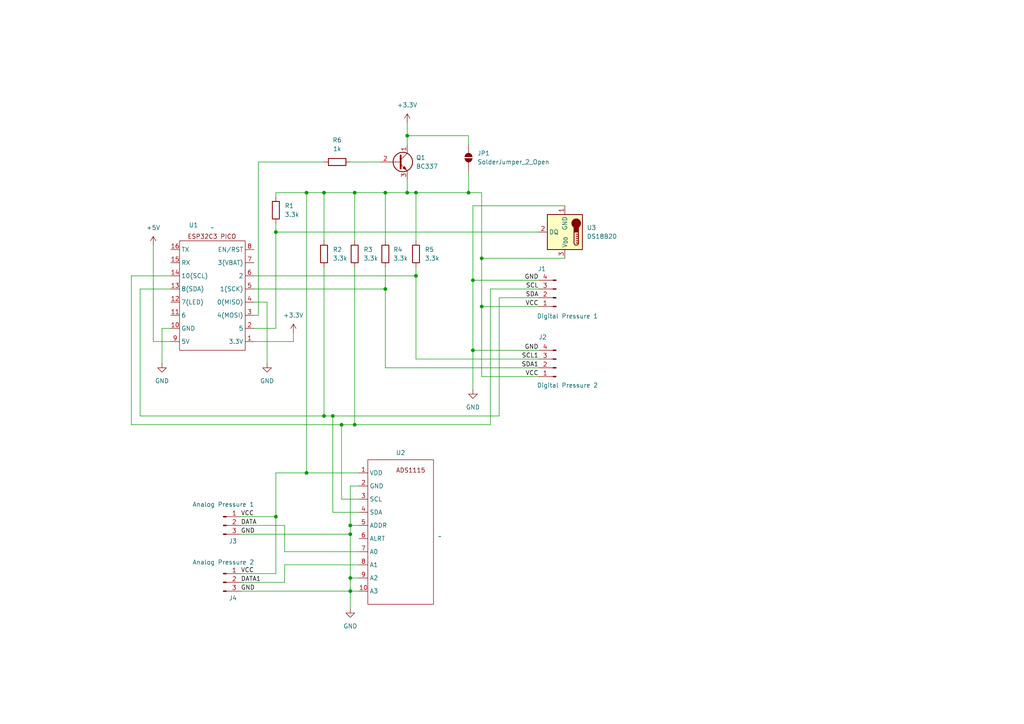
<source format=kicad_sch>
(kicad_sch (version 20250114) (generator "eeschema") (generator_version "9.0")
  (paper "A4")
  (lib_symbols
    (symbol "Connector:Conn_01x03_Pin" (pin_names (offset 1.016) (hide yes))
      (property "Reference" "J" (at 0 5.08 0))
      (property "Value" "Conn_01x03_Pin" (at 0 -5.08 0))
      (symbol "Conn_01x03_Pin_1_1"
        (rectangle (start 0.8636 2.667) (end 0 2.413) (stroke (width 0.1524)) (fill (type outline)))
        (rectangle (start 0.8636 0.127) (end 0 -0.127) (stroke (width 0.1524)) (fill (type outline)))
        (rectangle (start 0.8636 -2.413) (end 0 -2.667) (stroke (width 0.1524)) (fill (type outline)))
        (polyline (pts (xy 1.27 2.54) (xy 0.8636 2.54)) (stroke (width 0.1524)))
        (polyline (pts (xy 1.27 0) (xy 0.8636 0)) (stroke (width 0.1524)))
        (polyline (pts (xy 1.27 -2.54) (xy 0.8636 -2.54)) (stroke (width 0.1524)))
        (pin passive line (at 5.08 2.54 180) (length 3.81) (name "Pin_1") (number "1"))
        (pin passive line (at 5.08 0 180) (length 3.81) (name "Pin_2") (number "2"))
        (pin passive line (at 5.08 -2.54 180) (length 3.81) (name "Pin_3") (number "3"))
      )
    )
    (symbol "Connector:Conn_01x04_Pin" (pin_names (offset 1.016) (hide yes))
      (property "Reference" "J" (at 0 5.08 0))
      (property "Value" "Conn_01x04_Pin" (at 0 -7.62 0))
      (symbol "Conn_01x04_Pin_1_1"
        (rectangle (start 0.8636 2.667) (end 0 2.413) (stroke (width 0.1524)) (fill (type outline)))
        (rectangle (start 0.8636 0.127) (end 0 -0.127) (stroke (width 0.1524)) (fill (type outline)))
        (rectangle (start 0.8636 -2.413) (end 0 -2.667) (stroke (width 0.1524)) (fill (type outline)))
        (rectangle (start 0.8636 -4.953) (end 0 -5.207) (stroke (width 0.1524)) (fill (type outline)))
        (polyline (pts (xy 1.27 2.54) (xy 0.8636 2.54)) (stroke (width 0.1524)))
        (polyline (pts (xy 1.27 0) (xy 0.8636 0)) (stroke (width 0.1524)))
        (polyline (pts (xy 1.27 -2.54) (xy 0.8636 -2.54)) (stroke (width 0.1524)))
        (polyline (pts (xy 1.27 -5.08) (xy 0.8636 -5.08)) (stroke (width 0.1524)))
        (pin passive line (at 5.08 2.54 180) (length 3.81) (name "Pin_1") (number "1"))
        (pin passive line (at 5.08 0 180) (length 3.81) (name "Pin_2") (number "2"))
        (pin passive line (at 5.08 -2.54 180) (length 3.81) (name "Pin_3") (number "3"))
        (pin passive line (at 5.08 -5.08 180) (length 3.81) (name "Pin_4") (number "4"))
      )
    )
    (symbol "Device:R" (pin_numbers (hide yes)) (pin_names (offset 0))
      (property "Reference" "R" (at 2.032 0 90))
      (property "Value" "R" (at 0 0 90))
      (symbol "R_0_1"
        (rectangle (start -1.016 -2.54) (end 1.016 2.54) (stroke (width 0.254)))
      )
      (symbol "R_1_1"
        (pin passive line (at 0 3.81 270) (length 1.27) (name "~") (number "1"))
        (pin passive line (at 0 -3.81 90) (length 1.27) (name "~") (number "2"))
      )
    )
    (symbol "Jumper:SolderJumper_2_Open" (pin_numbers (hide yes)) (pin_names (offset 0) (hide yes)) (exclude_from_sim yes) (in_bom no)
      (property "Reference" "JP" (at 0 2.032 0))
      (property "Value" "SolderJumper_2_Open" (at 0 -2.54 0))
      (symbol "SolderJumper_2_Open_0_1"
        (polyline (pts (xy -0.254 1.016) (xy -0.254 -1.016)))
        (arc (start -0.254 -1.016) (mid -1.2656 0) (end -0.254 1.016))
        (arc (start -0.254 -1.016) (mid -1.2656 0) (end -0.254 1.016) (fill (type outline)))
        (arc (start 0.254 1.016) (mid 1.2656 0) (end 0.254 -1.016))
        (arc (start 0.254 1.016) (mid 1.2656 0) (end 0.254 -1.016) (fill (type outline)))
        (polyline (pts (xy 0.254 1.016) (xy 0.254 -1.016)))
      )
      (symbol "SolderJumper_2_Open_1_1"
        (pin passive line (at -3.81 0 0) (length 2.54) (name "A") (number "1"))
        (pin passive line (at 3.81 0 180) (length 2.54) (name "B") (number "2"))
      )
    )
    (symbol "Sensor_Temperature:DS18B20"
      (property "Reference" "U" (at -3.81 6.35 0))
      (property "Value" "DS18B20" (at 6.35 6.35 0))
      (symbol "DS18B20_0_1"
        (rectangle (start -5.08 5.08) (end 5.08 -5.08) (stroke (width 0.254)) (fill (type background)))
        (polyline (pts (xy -3.937 3.175) (xy -3.937 0)) (stroke (width 0.254)))
        (polyline (pts (xy -3.937 3.175) (xy -3.302 3.175)) (stroke (width 0.254)))
        (polyline (pts (xy -3.937 2.54) (xy -3.302 2.54)) (stroke (width 0.254)))
        (polyline (pts (xy -3.937 1.905) (xy -3.302 1.905)) (stroke (width 0.254)))
        (polyline (pts (xy -3.937 1.27) (xy -3.302 1.27)) (stroke (width 0.254)))
        (polyline (pts (xy -3.937 0.635) (xy -3.302 0.635)) (stroke (width 0.254)))
        (arc (start -3.937 3.175) (mid -3.302 3.8073) (end -2.667 3.175) (stroke (width 0.254)))
        (circle (center -3.302 -2.54) (radius 1.27) (stroke (width 0.254)) (fill (type outline)))
        (polyline (pts (xy -2.667 3.175) (xy -2.667 0)) (stroke (width 0.254)))
        (rectangle (start -2.667 -1.905) (end -3.937 0) (stroke (width 0.254)) (fill (type outline)))
      )
      (symbol "DS18B20_1_1"
        (pin power_in line (at 0 7.62 270) (length 2.54) (name "V_{DD}") (number "3"))
        (pin power_in line (at 0 -7.62 90) (length 2.54) (name "GND") (number "1"))
        (pin bidirectional line (at 7.62 0 180) (length 2.54) (name "DQ") (number "2"))
      )
    )
    (symbol "Transistor_BJT:BC337" (pin_names (offset 0) (hide yes))
      (property "Reference" "Q" (at 5.08 1.905 0))
      (property "Value" "BC337" (at 5.08 0 0))
      (symbol "BC337_0_1"
        (polyline (pts (xy -2.54 0) (xy 0.635 0)))
        (polyline (pts (xy 0.635 1.905) (xy 0.635 -1.905)) (stroke (width 0.508)))
        (circle (center 1.27 0) (radius 2.8194) (stroke (width 0.254)))
      )
      (symbol "BC337_1_1"
        (polyline (pts (xy 0.635 0.635) (xy 2.54 2.54)))
        (polyline (pts (xy 0.635 -0.635) (xy 2.54 -2.54)))
        (polyline (pts (xy 1.27 -1.778) (xy 1.778 -1.27) (xy 2.286 -2.286) (xy 1.27 -1.778)) (fill (type outline)))
        (pin input line (at -5.08 0 0) (length 2.54) (name "B") (number "2"))
        (pin passive line (at 2.54 5.08 270) (length 2.54) (name "C") (number "1"))
        (pin passive line (at 2.54 -5.08 90) (length 2.54) (name "E") (number "3"))
      )
    )
    (symbol "myCommonSymbols:ESP32C3-pico"
      (property "Reference" "U1" (at 0.254 21.082 0))
      (property "Value" "~" (at 5.715 20.32 0))
      (symbol "ESP32C3-pico_0_1"
        (rectangle (start -3.81 16.51) (end 15.24 -15.24))
      )
      (symbol "ESP32C3-pico_1_1"
        (text "ESP32C3 PICO" (at 5.588 17.78 0) (effects (font (size 1.27 1.27))))
        (pin bidirectional line (at -6.35 13.97 0) (length 2.54) (name "TX") (number "16"))
        (pin bidirectional line (at -6.35 10.16 0) (length 2.54) (name "RX") (number "15"))
        (pin bidirectional line (at -6.35 6.35 0) (length 2.54) (name "10(SCL)") (number "14"))
        (pin bidirectional line (at -6.35 2.54 0) (length 2.54) (name "8(SDA)") (number "13"))
        (pin bidirectional line (at -6.35 -1.27 0) (length 2.54) (name "7(LED)") (number "12"))
        (pin bidirectional line (at -6.35 -5.08 0) (length 2.54) (name "6") (number "11"))
        (pin power_in line (at -6.35 -8.89 0) (length 2.54) (name "GND") (number "10"))
        (pin power_in line (at -6.35 -12.7 0) (length 2.54) (name "5V") (number "9"))
        (pin bidirectional line (at 17.78 13.97 180) (length 2.54) (name "EN/RST") (number "8"))
        (pin bidirectional line (at 17.78 10.16 180) (length 2.54) (name "3(VBAT)") (number "7"))
        (pin bidirectional line (at 17.78 6.35 180) (length 2.54) (name "2") (number "6"))
        (pin bidirectional line (at 17.78 2.54 180) (length 2.54) (name "1(SCK)") (number "5"))
        (pin bidirectional line (at 17.78 -1.27 180) (length 2.54) (name "0(MISO)") (number "4"))
        (pin bidirectional line (at 17.78 -5.08 180) (length 2.54) (name "4(MOSI)") (number "3"))
        (pin bidirectional line (at 17.78 -8.89 180) (length 2.54) (name "5") (number "2"))
        (pin power_out line (at 17.78 -12.7 180) (length 2.54) (name "3.3V") (number "1"))
      )
    )
    (symbol "power:+3.3V" (power) (pin_numbers (hide yes)) (pin_names (offset 0) (hide yes))
      (property "Value" "+3.3V" (at 0 3.556 0))
      (symbol "+3.3V_0_1"
        (polyline (pts (xy -0.762 1.27) (xy 0 2.54)))
        (polyline (pts (xy 0 2.54) (xy 0.762 1.27)))
        (polyline (pts (xy 0 0) (xy 0 2.54)))
      )
      (symbol "+3.3V_1_1"
        (pin power_in line (at 0 0 90) (length 0) (name "~") (number "1"))
      )
    )
    (symbol "power:+5V" (power) (pin_numbers (hide yes)) (pin_names (offset 0) (hide yes))
      (property "Value" "+5V" (at 0 3.556 0))
      (symbol "+5V_0_1"
        (polyline (pts (xy -0.762 1.27) (xy 0 2.54)))
        (polyline (pts (xy 0 2.54) (xy 0.762 1.27)))
        (polyline (pts (xy 0 0) (xy 0 2.54)))
      )
      (symbol "+5V_1_1"
        (pin power_in line (at 0 0 90) (length 0) (name "~") (number "1"))
      )
    )
    (symbol "power:GND" (power) (pin_numbers (hide yes)) (pin_names (offset 0) (hide yes))
      (property "Value" "GND" (at 0 -3.81 0))
      (symbol "GND_0_1"
        (polyline (pts (xy 0 0) (xy 0 -1.27) (xy 1.27 -1.27) (xy 0 -2.54) (xy -1.27 -1.27) (xy 0 -1.27)))
      )
      (symbol "GND_1_1"
        (pin power_in line (at 0 0 270) (length 0) (name "~") (number "1"))
      )
    )
    (symbol "pressuremon_library:ADS1115"
      (property "Reference" "U" (at 0 0 0))
      (symbol "ADS1115_0_1"
        (rectangle (start -8.89 17.78) (end 10.16 -24.13))
      )
      (symbol "ADS1115_1_1"
        (text "ADS1115" (at 3.556 14.732 0) (effects (font (size 1.27 1.27))))
        (pin power_in line (at -11.43 13.97 0) (length 2.54) (name "VDD") (number "1"))
        (pin power_in line (at -11.43 10.16 0) (length 2.54) (name "GND") (number "2"))
        (pin bidirectional line (at -11.43 6.35 0) (length 2.54) (name "SCL") (number "3"))
        (pin bidirectional line (at -11.43 2.54 0) (length 2.54) (name "SDA") (number "4"))
        (pin bidirectional line (at -11.43 -1.27 0) (length 2.54) (name "ADDR") (number "5"))
        (pin bidirectional line (at -11.43 -5.08 0) (length 2.54) (name "ALRT") (number "6"))
        (pin input line (at -11.43 -8.89 0) (length 2.54) (name "A0") (number "7"))
        (pin input line (at -11.43 -12.7 0) (length 2.54) (name "A1") (number "8"))
        (pin input line (at -11.43 -16.51 0) (length 2.54) (name "A2") (number "9"))
        (pin input line (at -11.43 -20.32 0) (length 2.54) (name "A3") (number "10"))
      )
    )
  )
  (junction (at 93.98 120.65))
  (junction (at 111.76 83.82))
  (junction (at 99.06 123.19))
  (junction (at 137.16 81.28))
  (junction (at 80.01 67.31))
  (junction (at 102.87 55.88))
  (junction (at 96.52 120.65))
  (junction (at 118.11 55.88))
  (junction (at 80.01 149.86))
  (junction (at 102.87 123.19))
  (junction (at 118.11 39.37))
  (junction (at 139.7 74.93))
  (junction (at 101.6 167.64))
  (junction (at 111.76 55.88))
  (junction (at 139.7 88.9))
  (junction (at 88.9 137.16))
  (junction (at 137.16 101.6))
  (junction (at 101.6 154.94))
  (junction (at 101.6 171.45))
  (junction (at 88.9 55.88))
  (junction (at 135.89 55.88))
  (junction (at 120.65 80.01))
  (junction (at 120.65 55.88))
  (junction (at 93.98 55.88))
  (junction (at 101.6 152.4))
  (wire (pts (xy 93.98 55.88) (xy 93.98 69.85)))
  (wire (pts (xy 82.55 160.02) (xy 82.55 152.4)))
  (wire (pts (xy 96.52 120.65) (xy 96.52 148.59)))
  (wire (pts (xy 93.98 120.65) (xy 96.52 120.65)))
  (wire (pts (xy 137.16 81.28) (xy 137.16 101.6)))
  (wire (pts (xy 111.76 83.82) (xy 111.76 106.68)))
  (wire (pts (xy 139.7 109.22) (xy 139.7 88.9)))
  (wire (pts (xy 111.76 106.68) (xy 156.21 106.68)))
  (wire (pts (xy 80.01 149.86) (xy 80.01 166.37)))
  (wire (pts (xy 101.6 152.4) (xy 101.6 154.94)))
  (wire (pts (xy 93.98 55.88) (xy 102.87 55.88)))
  (wire (pts (xy 120.65 80.01) (xy 120.65 104.14)))
  (wire (pts (xy 82.55 163.83) (xy 82.55 168.91)))
  (wire (pts (xy 104.14 140.97) (xy 101.6 140.97)))
  (wire (pts (xy 101.6 140.97) (xy 101.6 152.4)))
  (wire (pts (xy 101.6 171.45) (xy 104.14 171.45)))
  (wire (pts (xy 156.21 88.9) (xy 139.7 88.9)))
  (wire (pts (xy 88.9 55.88) (xy 93.98 55.88)))
  (wire (pts (xy 80.01 137.16) (xy 88.9 137.16)))
  (wire (pts (xy 104.14 144.78) (xy 99.06 144.78)))
  (wire (pts (xy 118.11 52.07) (xy 118.11 55.88)))
  (wire (pts (xy 102.87 55.88) (xy 102.87 69.85)))
  (wire (pts (xy 49.53 95.25) (xy 46.99 95.25)))
  (wire (pts (xy 69.85 171.45) (xy 101.6 171.45)))
  (wire (pts (xy 156.21 81.28) (xy 137.16 81.28)))
  (wire (pts (xy 139.7 55.88) (xy 139.7 74.93)))
  (wire (pts (xy 142.24 123.19) (xy 142.24 83.82)))
  (wire (pts (xy 120.65 55.88) (xy 120.65 69.85)))
  (wire (pts (xy 40.64 120.65) (xy 93.98 120.65)))
  (wire (pts (xy 88.9 55.88) (xy 88.9 137.16)))
  (wire (pts (xy 120.65 55.88) (xy 135.89 55.88)))
  (wire (pts (xy 69.85 149.86) (xy 80.01 149.86)))
  (wire (pts (xy 82.55 152.4) (xy 69.85 152.4)))
  (wire (pts (xy 118.11 39.37) (xy 135.89 39.37)))
  (wire (pts (xy 85.09 99.06) (xy 73.66 99.06)))
  (wire (pts (xy 101.6 154.94) (xy 101.6 167.64)))
  (wire (pts (xy 137.16 101.6) (xy 137.16 113.03)))
  (wire (pts (xy 80.01 67.31) (xy 156.21 67.31)))
  (wire (pts (xy 101.6 46.99) (xy 110.49 46.99)))
  (wire (pts (xy 80.01 64.77) (xy 80.01 67.31)))
  (wire (pts (xy 118.11 39.37) (xy 118.11 41.91)))
  (wire (pts (xy 88.9 137.16) (xy 104.14 137.16)))
  (wire (pts (xy 73.66 91.44) (xy 74.93 91.44)))
  (wire (pts (xy 40.64 83.82) (xy 40.64 120.65)))
  (wire (pts (xy 118.11 35.56) (xy 118.11 39.37)))
  (wire (pts (xy 144.78 86.36) (xy 156.21 86.36)))
  (wire (pts (xy 40.64 83.82) (xy 49.53 83.82)))
  (wire (pts (xy 111.76 55.88) (xy 111.76 69.85)))
  (wire (pts (xy 82.55 168.91) (xy 69.85 168.91)))
  (wire (pts (xy 139.7 74.93) (xy 139.7 88.9)))
  (wire (pts (xy 38.1 123.19) (xy 38.1 80.01)))
  (wire (pts (xy 101.6 167.64) (xy 104.14 167.64)))
  (wire (pts (xy 80.01 95.25) (xy 73.66 95.25)))
  (wire (pts (xy 99.06 123.19) (xy 99.06 144.78)))
  (wire (pts (xy 156.21 109.22) (xy 139.7 109.22)))
  (wire (pts (xy 102.87 55.88) (xy 111.76 55.88)))
  (wire (pts (xy 73.66 80.01) (xy 120.65 80.01)))
  (wire (pts (xy 96.52 148.59) (xy 104.14 148.59)))
  (wire (pts (xy 142.24 83.82) (xy 156.21 83.82)))
  (wire (pts (xy 101.6 167.64) (xy 101.6 171.45)))
  (wire (pts (xy 120.65 77.47) (xy 120.65 80.01)))
  (wire (pts (xy 135.89 55.88) (xy 139.7 55.88)))
  (wire (pts (xy 118.11 55.88) (xy 120.65 55.88)))
  (wire (pts (xy 80.01 55.88) (xy 88.9 55.88)))
  (wire (pts (xy 44.45 71.12) (xy 44.45 99.06)))
  (wire (pts (xy 135.89 49.53) (xy 135.89 55.88)))
  (wire (pts (xy 144.78 120.65) (xy 144.78 86.36)))
  (wire (pts (xy 73.66 83.82) (xy 111.76 83.82)))
  (wire (pts (xy 96.52 120.65) (xy 144.78 120.65)))
  (wire (pts (xy 69.85 154.94) (xy 101.6 154.94)))
  (wire (pts (xy 46.99 95.25) (xy 46.99 105.41)))
  (wire (pts (xy 44.45 99.06) (xy 49.53 99.06)))
  (wire (pts (xy 137.16 59.69) (xy 163.83 59.69)))
  (wire (pts (xy 85.09 96.52) (xy 85.09 99.06)))
  (wire (pts (xy 101.6 152.4) (xy 104.14 152.4)))
  (wire (pts (xy 139.7 74.93) (xy 163.83 74.93)))
  (wire (pts (xy 135.89 39.37) (xy 135.89 41.91)))
  (wire (pts (xy 38.1 123.19) (xy 99.06 123.19)))
  (wire (pts (xy 82.55 160.02) (xy 104.14 160.02)))
  (wire (pts (xy 77.47 87.63) (xy 77.47 105.41)))
  (wire (pts (xy 80.01 55.88) (xy 80.01 57.15)))
  (wire (pts (xy 120.65 104.14) (xy 156.21 104.14)))
  (wire (pts (xy 102.87 77.47) (xy 102.87 123.19)))
  (wire (pts (xy 102.87 123.19) (xy 142.24 123.19)))
  (wire (pts (xy 73.66 87.63) (xy 77.47 87.63)))
  (wire (pts (xy 99.06 123.19) (xy 102.87 123.19)))
  (wire (pts (xy 80.01 67.31) (xy 80.01 95.25)))
  (wire (pts (xy 80.01 137.16) (xy 80.01 149.86)))
  (wire (pts (xy 74.93 46.99) (xy 93.98 46.99)))
  (wire (pts (xy 93.98 77.47) (xy 93.98 120.65)))
  (wire (pts (xy 74.93 91.44) (xy 74.93 46.99)))
  (wire (pts (xy 69.85 166.37) (xy 80.01 166.37)))
  (wire (pts (xy 38.1 80.01) (xy 49.53 80.01)))
  (wire (pts (xy 156.21 101.6) (xy 137.16 101.6)))
  (wire (pts (xy 111.76 55.88) (xy 118.11 55.88)))
  (wire (pts (xy 111.76 77.47) (xy 111.76 83.82)))
  (wire (pts (xy 82.55 163.83) (xy 104.14 163.83)))
  (wire (pts (xy 101.6 171.45) (xy 101.6 176.53)))
  (wire (pts (xy 137.16 59.69) (xy 137.16 81.28)))
  (label "SDA1" (at 156.21 106.68 180))
  (label "SDA" (at 156.21 86.36 180))
  (label "GND" (at 69.85 171.45 0))
  (label "VCC" (at 69.85 166.37 0))
  (label "GND" (at 156.21 101.6 180))
  (label "SCL1" (at 156.21 104.14 180))
  (label "VCC" (at 156.21 109.22 180))
  (label "VCC" (at 69.85 149.86 0))
  (label "GND" (at 156.21 81.28 180))
  (label "SCL" (at 156.21 83.82 180))
  (label "VCC" (at 156.21 88.9 180))
  (label "GND" (at 69.85 154.94 0))
  (label "DATA" (at 69.85 152.4 0))
  (label "DATA1" (at 69.85 168.91 0))
  (symbol (lib_id "power:GND") (at 77.47 105.41 0) (unit 1)
    (property "Reference" "#PWR05" (effects (hide yes)))
    (property "Value" "GND" (at 77.47 110.49 0))
    (property "Description" "Power symbol creates a global label with name \"GND\" , ground" (effects (hide yes)))
  )
  (symbol (lib_id "Sensor_Temperature:DS18B20") (at 163.83 67.31 180) (unit 1)
    (property "Reference" "U3" (at 170.18 66.0399 0) (effects (justify right)))
    (property "Value" "DS18B20" (at 170.18 68.5799 0) (effects (justify right)))
    (property "Footprint" "Package_TO_SOT_THT:TO-92_Inline_Wide" (effects (hide yes)))
    (property "Datasheet" "http://datasheets.maximintegrated.com/en/ds/DS18B20.pdf" (effects (hide yes)))
    (property "Description" "Programmable Resolution 1-Wire Digital Thermometer TO-92" (effects (hide yes)))
  )
  (symbol (lib_id "Jumper:SolderJumper_2_Open") (at 135.89 45.72 90) (unit 1) (exclude_from_sim yes) (in_bom no)
    (property "Reference" "JP1" (at 138.43 44.4499 90) (effects (justify right)))
    (property "Value" "SolderJumper_2_Open" (at 138.43 46.9899 90) (effects (justify right)))
    (property "Footprint" "Jumper:SolderJumper-2_P1.3mm_Open_RoundedPad1.0x1.5mm" (effects (hide yes)))
    (property "Description" "Solder Jumper, 2-pole, open" (effects (hide yes)))
  )
  (symbol (lib_id "Device:R") (at 120.65 73.66 0) (unit 1)
    (property "Reference" "R5" (at 123.19 72.3899 0) (effects (justify left)))
    (property "Value" "3.3k" (at 123.19 74.9299 0) (effects (justify left)))
    (property "Footprint" "Resistor_THT:R_Axial_DIN0204_L3.6mm_D1.6mm_P7.62mm_Horizontal" (effects (hide yes)))
    (property "Description" "Resistor" (effects (hide yes)))
  )
  (symbol (lib_id "Device:R") (at 93.98 73.66 0) (unit 1)
    (property "Reference" "R2" (at 96.52 72.3899 0) (effects (justify left)))
    (property "Value" "3.3k" (at 96.52 74.9299 0) (effects (justify left)))
    (property "Footprint" "Resistor_THT:R_Axial_DIN0204_L3.6mm_D1.6mm_P7.62mm_Horizontal" (effects (hide yes)))
    (property "Description" "Resistor" (effects (hide yes)))
  )
  (symbol (lib_id "pressuremon_library:ADS1115") (at 115.57 151.13 0) (unit 1)
    (property "Reference" "U2" (at 114.808 131.318 0) (effects (justify left)))
    (property "Value" "~" (at 127 155.575 0) (effects (justify left)))
    (property "Footprint" "pressuremon_library:adc1115" (effects (hide yes)))
  )
  (symbol (lib_id "Device:R") (at 102.87 73.66 0) (unit 1)
    (property "Reference" "R3" (at 105.41 72.3899 0) (effects (justify left)))
    (property "Value" "3.3k" (at 105.41 74.9299 0) (effects (justify left)))
    (property "Footprint" "Resistor_THT:R_Axial_DIN0204_L3.6mm_D1.6mm_P7.62mm_Horizontal" (effects (hide yes)))
    (property "Description" "Resistor" (effects (hide yes)))
  )
  (symbol (lib_id "power:+3.3V") (at 118.11 35.56 0) (unit 1)
    (property "Reference" "#PWR010" (effects (hide yes)))
    (property "Value" "+3.3V" (at 118.11 30.48 0))
    (property "Description" "Power symbol creates a global label with name \"+3.3V\"" (effects (hide yes)))
  )
  (symbol (lib_id "power:+5V") (at 44.45 71.12 0) (unit 1)
    (property "Reference" "#PWR04" (effects (hide yes)))
    (property "Value" "+5V" (at 44.45 66.04 0))
    (property "Description" "Power symbol creates a global label with name \"+5V\"" (effects (hide yes)))
  )
  (symbol (lib_id "Connector:Conn_01x04_Pin") (at 161.29 106.68 180) (unit 1)
    (property "Reference" "J2" (at 156.21 97.79 0) (effects (justify right)))
    (property "Value" "Digital Pressure 2" (at 155.702 111.76 0) (effects (justify right)))
    (property "Footprint" "Connector_PinHeader_2.54mm:PinHeader_1x04_P2.54mm_Vertical" (effects (hide yes)))
    (property "Description" "Generic connector, single row, 01x04, script generated" (effects (hide yes)))
  )
  (symbol (lib_id "Connector:Conn_01x03_Pin") (at 64.77 152.4 0) (unit 1)
    (property "Reference" "J3" (at 67.564 156.972 0))
    (property "Value" "Analog Pressure 1" (at 64.77 146.304 0))
    (property "Footprint" "Connector_PinHeader_2.54mm:PinHeader_1x03_P2.54mm_Vertical" (effects (hide yes)))
    (property "Description" "Generic connector, single row, 01x03, script generated" (effects (hide yes)))
  )
  (symbol (lib_id "myCommonSymbols:ESP32C3-pico") (at 55.88 86.36 0) (unit 1)
    (property "Reference" "U1" (at 56.134 65.278 0))
    (property "Value" "~" (at 61.595 66.04 0))
    (property "Footprint" "pressuremon_library:ESP32C3-pico" (effects (hide yes)))
  )
  (symbol (lib_id "Device:R") (at 97.79 46.99 90) (unit 1)
    (property "Reference" "R6" (at 97.79 40.64 90))
    (property "Value" "1k" (at 97.79 43.18 90))
    (property "Footprint" "Resistor_THT:R_Axial_DIN0204_L3.6mm_D1.6mm_P7.62mm_Horizontal" (effects (hide yes)))
    (property "Description" "Resistor" (effects (hide yes)))
  )
  (symbol (lib_id "Connector:Conn_01x04_Pin") (at 161.29 86.36 180) (unit 1)
    (property "Reference" "J1" (at 155.956 77.978 0) (effects (justify right)))
    (property "Value" "Digital Pressure 1" (at 155.702 91.694 0) (effects (justify right)))
    (property "Footprint" "Connector_PinHeader_2.54mm:PinHeader_1x04_P2.54mm_Vertical" (effects (hide yes)))
    (property "Description" "Generic connector, single row, 01x04, script generated" (effects (hide yes)))
  )
  (symbol (lib_id "Device:R") (at 111.76 73.66 0) (unit 1)
    (property "Reference" "R4" (at 114.046 72.39 0) (effects (justify left)))
    (property "Value" "3.3k" (at 114.046 74.93 0) (effects (justify left)))
    (property "Footprint" "Resistor_THT:R_Axial_DIN0204_L3.6mm_D1.6mm_P7.62mm_Horizontal" (effects (hide yes)))
    (property "Description" "Resistor" (effects (hide yes)))
  )
  (symbol (lib_id "power:+3.3V") (at 85.09 96.52 0) (unit 1)
    (property "Reference" "#PWR06" (effects (hide yes)))
    (property "Value" "+3.3V" (at 85.09 91.44 0))
    (property "Description" "Power symbol creates a global label with name \"+3.3V\"" (effects (hide yes)))
  )
  (symbol (lib_id "power:GND") (at 101.6 176.53 0) (unit 1)
    (property "Reference" "#PWR07" (effects (hide yes)))
    (property "Value" "GND" (at 101.6 181.61 0))
    (property "Description" "Power symbol creates a global label with name \"GND\" , ground" (effects (hide yes)))
  )
  (symbol (lib_id "power:GND") (at 137.16 113.03 0) (unit 1)
    (property "Reference" "#PWR01" (effects (hide yes)))
    (property "Value" "GND" (at 137.16 118.11 0))
    (property "Description" "Power symbol creates a global label with name \"GND\" , ground" (effects (hide yes)))
  )
  (symbol (lib_id "Device:R") (at 80.01 60.96 0) (unit 1)
    (property "Reference" "R1" (at 82.55 59.6899 0) (effects (justify left)))
    (property "Value" "3.3k" (at 82.55 62.2299 0) (effects (justify left)))
    (property "Footprint" "Resistor_THT:R_Axial_DIN0204_L3.6mm_D1.6mm_P7.62mm_Horizontal" (effects (hide yes)))
    (property "Description" "Resistor" (effects (hide yes)))
  )
  (symbol (lib_id "Connector:Conn_01x03_Pin") (at 64.77 168.91 0) (unit 1)
    (property "Reference" "J4" (at 67.564 173.482 0))
    (property "Value" "Analog Pressure 2" (at 64.77 163.068 0))
    (property "Footprint" "Connector_PinHeader_2.54mm:PinHeader_1x03_P2.54mm_Vertical" (effects (hide yes)))
    (property "Description" "Generic connector, single row, 01x03, script generated" (effects (hide yes)))
  )
  (symbol (lib_id "power:GND") (at 46.99 105.41 0) (unit 1)
    (property "Reference" "#PWR02" (effects (hide yes)))
    (property "Value" "GND" (at 46.99 110.49 0))
    (property "Description" "Power symbol creates a global label with name \"GND\" , ground" (effects (hide yes)))
  )
  (symbol (lib_id "Transistor_BJT:BC337") (at 115.57 46.99 0) (unit 1)
    (property "Reference" "Q1" (at 120.65 45.7199 0) (effects (justify left)))
    (property "Value" "BC337" (at 120.65 48.2599 0) (effects (justify left)))
    (property "Footprint" "Package_TO_SOT_THT:TO-92S_Wide" (effects (hide yes)))
    (property "Datasheet" "https://diotec.com/tl_files/diotec/files/pdf/datasheets/bc337.pdf" (effects (hide yes)))
    (property "Description" "0.8A Ic, 45V Vce, NPN Transistor, TO-92" (effects (hide yes)))
  )
)
</source>
